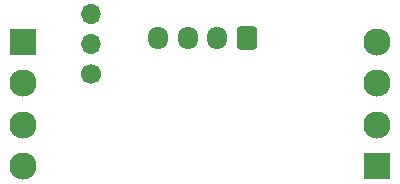
<source format=gbs>
G04 #@! TF.GenerationSoftware,KiCad,Pcbnew,8.0.0*
G04 #@! TF.CreationDate,2024-05-22T11:22:58+03:00*
G04 #@! TF.ProjectId,B-NAU7802-BRK-01MBR-R01,422d4e41-5537-4383-9032-2d42524b2d30,rev?*
G04 #@! TF.SameCoordinates,Original*
G04 #@! TF.FileFunction,Soldermask,Bot*
G04 #@! TF.FilePolarity,Negative*
%FSLAX46Y46*%
G04 Gerber Fmt 4.6, Leading zero omitted, Abs format (unit mm)*
G04 Created by KiCad (PCBNEW 8.0.0) date 2024-05-22 11:22:58*
%MOMM*%
%LPD*%
G01*
G04 APERTURE LIST*
G04 Aperture macros list*
%AMRoundRect*
0 Rectangle with rounded corners*
0 $1 Rounding radius*
0 $2 $3 $4 $5 $6 $7 $8 $9 X,Y pos of 4 corners*
0 Add a 4 corners polygon primitive as box body*
4,1,4,$2,$3,$4,$5,$6,$7,$8,$9,$2,$3,0*
0 Add four circle primitives for the rounded corners*
1,1,$1+$1,$2,$3*
1,1,$1+$1,$4,$5*
1,1,$1+$1,$6,$7*
1,1,$1+$1,$8,$9*
0 Add four rect primitives between the rounded corners*
20,1,$1+$1,$2,$3,$4,$5,0*
20,1,$1+$1,$4,$5,$6,$7,0*
20,1,$1+$1,$6,$7,$8,$9,0*
20,1,$1+$1,$8,$9,$2,$3,0*%
G04 Aperture macros list end*
%ADD10R,2.300000X2.300000*%
%ADD11C,2.300000*%
%ADD12C,1.700000*%
%ADD13O,1.700000X1.700000*%
%ADD14O,1.700000X1.950000*%
%ADD15RoundRect,0.250000X-0.600000X-0.725000X0.600000X-0.725000X0.600000X0.725000X-0.600000X0.725000X0*%
G04 APERTURE END LIST*
D10*
X163040000Y-67690000D03*
D11*
X163040000Y-71190000D03*
X163040000Y-74690000D03*
X163040000Y-78190000D03*
D10*
X193010000Y-78190000D03*
D11*
X193010000Y-74690000D03*
X193010000Y-71190000D03*
X193010000Y-67690000D03*
D12*
X168770000Y-70430000D03*
D13*
X168770000Y-67890000D03*
X168770000Y-65350000D03*
D14*
X174480000Y-67385000D03*
X176980000Y-67385000D03*
X179480000Y-67385000D03*
D15*
X181980000Y-67385000D03*
M02*

</source>
